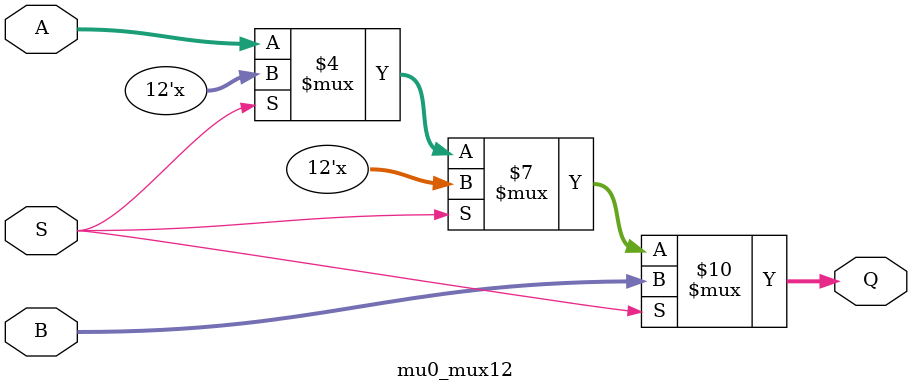
<source format=v>

`timescale 1ns/100ps

// for simulation purposes, do not delete
`default_nettype none


module mu0_mux12(input  wire [11:0] A, 
	             input  wire [11:0] B, 
			     input  wire        S, 
			     output reg  [11:0] Q);


// Combinatorial logic for 2to1 multiplexor
// S is select, A channel0, B channel1

always @ (*)
 begin
	if (S) Q = B;
	else if (!S) Q = A;
	else Q = 12'hxxx;
 end
endmodule 

// for simulation purposes, do not delete
`default_nettype wire

</source>
